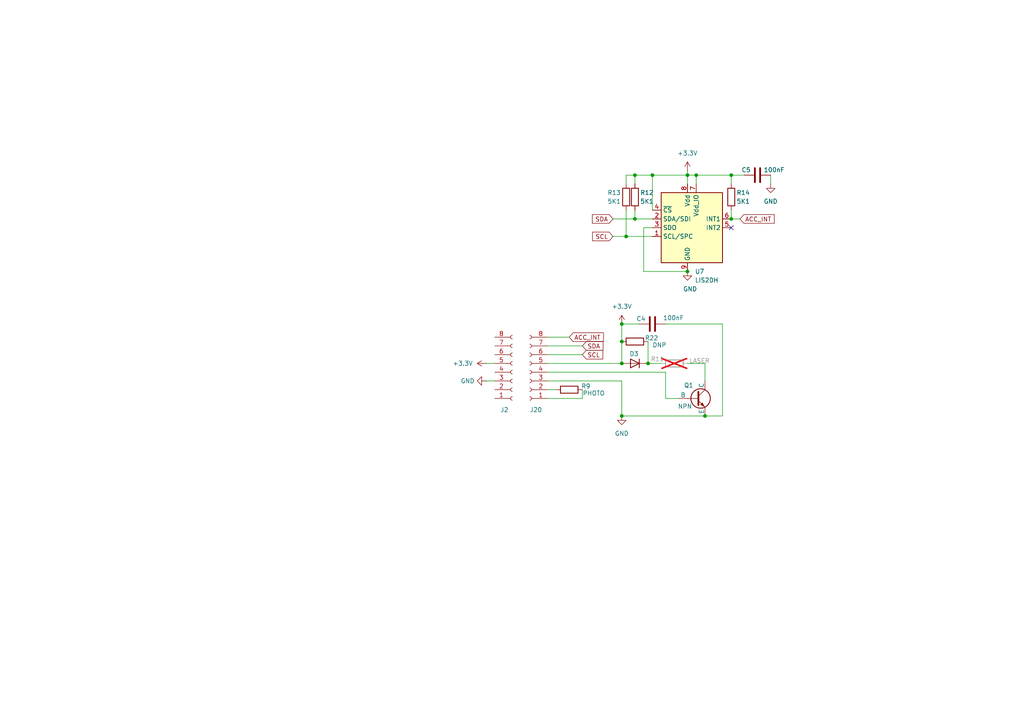
<source format=kicad_sch>
(kicad_sch (version 20250114) (generator "eeschema") (generator_version "9.0")
  (paper "A4")
  (lib_symbols
    (symbol "Connector:Conn_01x08_Socket" (pin_names (offset 1.016) (hide yes))
      (property "Reference" "J" (at 0 10.16 0))
      (property "Value" "Conn_01x08_Socket" (at 0 -12.7 0))
      (symbol "Conn_01x08_Socket_1_1"
        (polyline (pts (xy -1.27 7.62) (xy -0.508 7.62)) (stroke (width 0.1524)))
        (polyline (pts (xy -1.27 5.08) (xy -0.508 5.08)) (stroke (width 0.1524)))
        (polyline (pts (xy -1.27 2.54) (xy -0.508 2.54)) (stroke (width 0.1524)))
        (polyline (pts (xy -1.27 0) (xy -0.508 0)) (stroke (width 0.1524)))
        (polyline (pts (xy -1.27 -2.54) (xy -0.508 -2.54)) (stroke (width 0.1524)))
        (polyline (pts (xy -1.27 -5.08) (xy -0.508 -5.08)) (stroke (width 0.1524)))
        (polyline (pts (xy -1.27 -7.62) (xy -0.508 -7.62)) (stroke (width 0.1524)))
        (polyline (pts (xy -1.27 -10.16) (xy -0.508 -10.16)) (stroke (width 0.1524)))
        (arc (start 0 7.112) (mid -0.5058 7.62) (end 0 8.128) (stroke (width 0.1524)))
        (arc (start 0 4.572) (mid -0.5058 5.08) (end 0 5.588) (stroke (width 0.1524)))
        (arc (start 0 2.032) (mid -0.5058 2.54) (end 0 3.048) (stroke (width 0.1524)))
        (arc (start 0 -0.508) (mid -0.5058 0) (end 0 0.508) (stroke (width 0.1524)))
        (arc (start 0 -3.048) (mid -0.5058 -2.54) (end 0 -2.032) (stroke (width 0.1524)))
        (arc (start 0 -5.588) (mid -0.5058 -5.08) (end 0 -4.572) (stroke (width 0.1524)))
        (arc (start 0 -8.128) (mid -0.5058 -7.62) (end 0 -7.112) (stroke (width 0.1524)))
        (arc (start 0 -10.668) (mid -0.5058 -10.16) (end 0 -9.652) (stroke (width 0.1524)))
        (pin passive line (at -5.08 7.62 0) (length 3.81) (name "Pin_1") (number "1"))
        (pin passive line (at -5.08 5.08 0) (length 3.81) (name "Pin_2") (number "2"))
        (pin passive line (at -5.08 2.54 0) (length 3.81) (name "Pin_3") (number "3"))
        (pin passive line (at -5.08 0 0) (length 3.81) (name "Pin_4") (number "4"))
        (pin passive line (at -5.08 -2.54 0) (length 3.81) (name "Pin_5") (number "5"))
        (pin passive line (at -5.08 -5.08 0) (length 3.81) (name "Pin_6") (number "6"))
        (pin passive line (at -5.08 -7.62 0) (length 3.81) (name "Pin_7") (number "7"))
        (pin passive line (at -5.08 -10.16 0) (length 3.81) (name "Pin_8") (number "8"))
      )
    )
    (symbol "Device:C" (pin_numbers (hide yes)) (pin_names (offset 0.254))
      (property "Reference" "C" (at 0.635 2.54 0))
      (property "Value" "C" (at 0.635 -2.54 0))
      (symbol "C_0_1"
        (polyline (pts (xy -2.032 0.762) (xy 2.032 0.762)) (stroke (width 0.508)))
        (polyline (pts (xy -2.032 -0.762) (xy 2.032 -0.762)) (stroke (width 0.508)))
      )
      (symbol "C_1_1"
        (pin passive line (at 0 3.81 270) (length 2.794) (name "~") (number "1"))
        (pin passive line (at 0 -3.81 90) (length 2.794) (name "~") (number "2"))
      )
    )
    (symbol "Device:D" (pin_numbers (hide yes)) (pin_names (offset 1.016) (hide yes))
      (property "Reference" "D" (at 0 2.54 0))
      (property "Value" "D" (at 0 -2.54 0))
      (symbol "D_0_1"
        (polyline (pts (xy -1.27 1.27) (xy -1.27 -1.27)) (stroke (width 0.254)))
        (polyline (pts (xy 1.27 1.27) (xy 1.27 -1.27) (xy -1.27 0) (xy 1.27 1.27)) (stroke (width 0.254)))
        (polyline (pts (xy 1.27 0) (xy -1.27 0)))
      )
      (symbol "D_1_1"
        (pin passive line (at -3.81 0 0) (length 2.54) (name "K") (number "1"))
        (pin passive line (at 3.81 0 180) (length 2.54) (name "A") (number "2"))
      )
    )
    (symbol "Device:R" (pin_numbers (hide yes)) (pin_names (offset 0))
      (property "Reference" "R" (at 2.032 0 90))
      (property "Value" "R" (at 0 0 90))
      (symbol "R_0_1"
        (rectangle (start -1.016 -2.54) (end 1.016 2.54) (stroke (width 0.254)))
      )
      (symbol "R_1_1"
        (pin passive line (at 0 3.81 270) (length 1.27) (name "~") (number "1"))
        (pin passive line (at 0 -3.81 90) (length 1.27) (name "~") (number "2"))
      )
    )
    (symbol "Sensor_Motion:LIS2DH"
      (property "Reference" "U" (at -8.89 11.43 0))
      (property "Value" "LIS2DH" (at 3.81 11.43 0))
      (symbol "LIS2DH_0_1"
        (rectangle (start -7.62 10.16) (end 10.16 -10.16) (stroke (width 0.254)) (fill (type background)))
      )
      (symbol "LIS2DH_1_1"
        (pin input line (at -10.16 5.08 0) (length 2.54) (name "~{CS}") (number "4"))
        (pin bidirectional line (at -10.16 2.54 0) (length 2.54) (name "SDA/SDI") (number "2"))
        (pin output line (at -10.16 0 0) (length 2.54) (name "SDO") (number "3"))
        (pin input line (at -10.16 -2.54 0) (length 2.54) (name "SCL/SPC") (number "1"))
        (pin power_in line (at 0 12.7 270) (length 2.54) (name "Vdd") (number "8"))
        (pin passive line (at 0 -12.7 90) (length 2.54) (hide yes) (name "GND") (number "10"))
        (pin passive line (at 0 -12.7 90) (length 2.54) (hide yes) (name "GND") (number "11"))
        (pin passive line (at 0 -12.7 90) (length 2.54) (hide yes) (name "GND") (number "12"))
        (pin passive line (at 0 -12.7 90) (length 2.54) (hide yes) (name "GND") (number "13"))
        (pin passive line (at 0 -12.7 90) (length 2.54) (hide yes) (name "GND") (number "14"))
        (pin power_in line (at 0 -12.7 90) (length 2.54) (name "GND") (number "9"))
        (pin power_in line (at 2.54 12.7 270) (length 2.54) (name "Vdd_IO") (number "7"))
        (pin output line (at 12.7 2.54 180) (length 2.54) (name "INT1") (number "6"))
        (pin output line (at 12.7 0 180) (length 2.54) (name "INT2") (number "5"))
      )
    )
    (symbol "Simulation_SPICE:NPN" (pin_numbers (hide yes)) (pin_names (offset 0))
      (property "Reference" "Q" (at -2.54 7.62 0))
      (property "Value" "NPN" (at -2.54 5.08 0))
      (symbol "NPN_0_1"
        (polyline (pts (xy -2.54 0) (xy 0.635 0)) (stroke (width 0.1524)))
        (polyline (pts (xy 0.635 1.905) (xy 0.635 -1.905) (xy 0.635 -1.905)) (stroke (width 0.508)))
        (polyline (pts (xy 0.635 0.635) (xy 2.54 2.54)))
        (polyline (pts (xy 0.635 -0.635) (xy 2.54 -2.54) (xy 2.54 -2.54)))
        (circle (center 1.27 0) (radius 2.8194) (stroke (width 0.254)))
        (polyline (pts (xy 1.27 -1.778) (xy 1.778 -1.27) (xy 2.286 -2.286) (xy 1.27 -1.778) (xy 1.27 -1.778)) (fill (type outline)))
        (polyline (pts (xy 2.794 -1.27) (xy 2.794 -1.27)) (stroke (width 0.1524)))
        (polyline (pts (xy 2.794 -1.27) (xy 2.794 -1.27)) (stroke (width 0.1524)))
      )
      (symbol "NPN_1_1"
        (pin input line (at -5.08 0 0) (length 2.54) (name "B") (number "2"))
        (pin open_collector line (at 2.54 5.08 270) (length 2.54) (name "C") (number "1"))
        (pin open_emitter line (at 2.54 -5.08 90) (length 2.54) (name "E") (number "3"))
      )
    )
    (symbol "power:+3.3V" (power) (pin_numbers (hide yes)) (pin_names (offset 0) (hide yes))
      (property "Value" "+3.3V" (at 0 3.556 0))
      (symbol "+3.3V_0_1"
        (polyline (pts (xy -0.762 1.27) (xy 0 2.54)))
        (polyline (pts (xy 0 2.54) (xy 0.762 1.27)))
        (polyline (pts (xy 0 0) (xy 0 2.54)))
      )
      (symbol "+3.3V_1_1"
        (pin power_in line (at 0 0 90) (length 0) (name "~") (number "1"))
      )
    )
    (symbol "power:GND" (power) (pin_numbers (hide yes)) (pin_names (offset 0) (hide yes))
      (property "Value" "GND" (at 0 -3.81 0))
      (symbol "GND_0_1"
        (polyline (pts (xy 0 0) (xy 0 -1.27) (xy 1.27 -1.27) (xy 0 -2.54) (xy -1.27 -1.27) (xy 0 -1.27)))
      )
      (symbol "GND_1_1"
        (pin power_in line (at 0 0 270) (length 0) (name "~") (number "1"))
      )
    )
  )
  (junction (at 184.15 63.5))
  (junction (at 181.61 68.58))
  (junction (at 180.34 99.06))
  (junction (at 180.34 120.65))
  (junction (at 204.47 120.65))
  (junction (at 187.96 105.41))
  (junction (at 201.93 50.8))
  (junction (at 212.09 63.5))
  (junction (at 189.23 50.8))
  (junction (at 212.09 50.8))
  (junction (at 199.39 50.8))
  (junction (at 180.34 105.41))
  (junction (at 180.34 93.98))
  (junction (at 184.15 50.8))
  (junction (at 199.39 78.74))
  (no_connect (at 212.09 66.04))
  (wire (pts (xy 180.34 99.06) (xy 180.34 105.41)))
  (wire (pts (xy 199.39 50.8) (xy 201.93 50.8)))
  (wire (pts (xy 201.93 50.8) (xy 201.93 53.34)))
  (wire (pts (xy 180.34 120.65) (xy 204.47 120.65)))
  (wire (pts (xy 189.23 50.8) (xy 189.23 60.96)))
  (wire (pts (xy 199.39 105.41) (xy 204.47 105.41)))
  (wire (pts (xy 180.34 93.98) (xy 185.42 93.98)))
  (wire (pts (xy 212.09 60.96) (xy 212.09 63.5)))
  (wire (pts (xy 180.34 110.49) (xy 180.34 120.65)))
  (wire (pts (xy 158.75 102.87) (xy 168.91 102.87)))
  (wire (pts (xy 209.55 93.98) (xy 209.55 120.65)))
  (wire (pts (xy 223.52 50.8) (xy 223.52 53.34)))
  (wire (pts (xy 140.97 105.41) (xy 143.51 105.41)))
  (wire (pts (xy 186.69 78.74) (xy 199.39 78.74)))
  (wire (pts (xy 184.15 50.8) (xy 189.23 50.8)))
  (wire (pts (xy 177.8 68.58) (xy 181.61 68.58)))
  (wire (pts (xy 140.97 110.49) (xy 143.51 110.49)))
  (wire (pts (xy 181.61 60.96) (xy 181.61 68.58)))
  (wire (pts (xy 158.75 107.95) (xy 193.04 107.95)))
  (wire (pts (xy 158.75 113.03) (xy 161.29 113.03)))
  (wire (pts (xy 193.04 115.57) (xy 196.85 115.57)))
  (wire (pts (xy 193.04 93.98) (xy 209.55 93.98)))
  (wire (pts (xy 204.47 105.41) (xy 204.47 110.49)))
  (wire (pts (xy 189.23 66.04) (xy 186.69 66.04)))
  (wire (pts (xy 184.15 60.96) (xy 184.15 63.5)))
  (wire (pts (xy 186.69 66.04) (xy 186.69 78.74)))
  (wire (pts (xy 158.75 100.33) (xy 168.91 100.33)))
  (wire (pts (xy 177.8 63.5) (xy 184.15 63.5)))
  (wire (pts (xy 168.91 115.57) (xy 168.91 113.03)))
  (wire (pts (xy 187.96 105.41) (xy 191.77 105.41)))
  (wire (pts (xy 189.23 50.8) (xy 199.39 50.8)))
  (wire (pts (xy 158.75 115.57) (xy 168.91 115.57)))
  (wire (pts (xy 212.09 50.8) (xy 212.09 53.34)))
  (wire (pts (xy 158.75 97.79) (xy 165.1 97.79)))
  (wire (pts (xy 181.61 50.8) (xy 184.15 50.8)))
  (wire (pts (xy 158.75 105.41) (xy 180.34 105.41)))
  (wire (pts (xy 212.09 50.8) (xy 215.9 50.8)))
  (wire (pts (xy 181.61 68.58) (xy 189.23 68.58)))
  (wire (pts (xy 184.15 63.5) (xy 189.23 63.5)))
  (wire (pts (xy 193.04 115.57) (xy 193.04 107.95)))
  (wire (pts (xy 184.15 50.8) (xy 184.15 53.34)))
  (wire (pts (xy 199.39 50.8) (xy 199.39 53.34)))
  (wire (pts (xy 180.34 93.98) (xy 180.34 99.06)))
  (wire (pts (xy 181.61 53.34) (xy 181.61 50.8)))
  (wire (pts (xy 201.93 50.8) (xy 212.09 50.8)))
  (wire (pts (xy 209.55 120.65) (xy 204.47 120.65)))
  (wire (pts (xy 199.39 49.53) (xy 199.39 50.8)))
  (wire (pts (xy 187.96 99.06) (xy 187.96 105.41)))
  (wire (pts (xy 212.09 63.5) (xy 214.63 63.5)))
  (wire (pts (xy 180.34 110.49) (xy 158.75 110.49)))
  (global_label "SDA" (shape input) (at 168.91 100.33 0) (property "Intersheetrefs" "${INTERSHEET_REFS}" (effects (hide yes))))
  (global_label "SCL" (shape input) (at 168.91 102.87 0) (property "Intersheetrefs" "${INTERSHEET_REFS}" (effects (hide yes))))
  (global_label "SDA" (shape input) (at 177.8 63.5 180) (property "Intersheetrefs" "${INTERSHEET_REFS}" (effects (hide yes))))
  (global_label "ACC_INT" (shape input) (at 165.1 97.79 0) (property "Intersheetrefs" "${INTERSHEET_REFS}" (effects (hide yes))))
  (global_label "SCL" (shape input) (at 177.8 68.58 180) (property "Intersheetrefs" "${INTERSHEET_REFS}" (effects (hide yes))))
  (global_label "ACC_INT" (shape input) (at 214.63 63.5 0) (property "Intersheetrefs" "${INTERSHEET_REFS}" (effects (hide yes))))
  (symbol (lib_id "power:+3.3V") (at 180.34 93.98 0) (unit 1)
    (property "Reference" "#PWR011" (effects (hide yes)))
    (property "Value" "+3.3V" (at 180.34 88.9 0))
    (property "Description" "Power symbol creates a global label with name \"+3.3V\"" (effects (hide yes)))
  )
  (symbol (lib_id "Device:R") (at 184.15 99.06 270) (unit 1)
    (property "Reference" "R22" (at 188.976 98.044 90))
    (property "Value" "DNP" (at 191.262 100.076 90))
    (property "Footprint" "Resistor_SMD:R_0603_1608Metric" (effects (hide yes)))
    (property "Datasheet" "C2904883" (effects (hide yes)))
    (property "Description" "Resistor" (effects (hide yes)))
  )
  (symbol (lib_id "power:+3.3V") (at 140.97 105.41 90) (unit 1)
    (property "Reference" "#PWR022" (effects (hide yes)))
    (property "Value" "+3.3V" (at 137.16 105.4099 90) (effects (justify left)))
    (property "Description" "Power symbol creates a global label with name \"+3.3V\"" (effects (hide yes)))
  )
  (symbol (lib_id "Connector:Conn_01x08_Socket") (at 153.67 107.95 180) (unit 1)
    (property "Reference" "J20" (at 155.448 118.872 0))
    (property "Value" "Conn_01x08_Socket" (effects (hide yes)))
    (property "Footprint" "Connector_FFC-FPC:TE_0-1734839-8_1x08-1MP_P0.5mm_Horizontal" (effects (hide yes)))
    (property "Description" "Generic connector, single row, 01x08, script generated" (effects (hide yes)))
  )
  (symbol (lib_id "power:GND") (at 180.34 120.65 0) (unit 1)
    (property "Reference" "#PWR07" (effects (hide yes)))
    (property "Value" "GND" (at 180.34 125.73 0))
    (property "Description" "Power symbol creates a global label with name \"GND\" , ground" (effects (hide yes)))
  )
  (symbol (lib_id "Device:R") (at 212.09 57.15 0) (mirror y) (unit 1)
    (property "Reference" "R14" (at 213.614 55.88 0) (effects (justify right)))
    (property "Value" "5K1" (at 213.614 58.42 0) (effects (justify right)))
    (property "Footprint" "Resistor_SMD:R_0402_1005Metric" (effects (hide yes)))
    (property "Description" "Resistor" (effects (hide yes)))
  )
  (symbol (lib_id "power:+3.3V") (at 199.39 49.53 0) (unit 1)
    (property "Reference" "#PWR013" (effects (hide yes)))
    (property "Value" "+3.3V" (at 199.39 44.45 0))
    (property "Description" "Power symbol creates a global label with name \"+3.3V\"" (effects (hide yes)))
  )
  (symbol (lib_id "Sensor_Motion:LIS2DH") (at 199.39 66.04 0) (unit 1)
    (property "Reference" "U7" (at 201.5333 78.74 0) (effects (justify left)))
    (property "Value" "LIS2DH" (at 201.5333 81.28 0) (effects (justify left)))
    (property "Footprint" "Package_LGA:LGA-14_2x2mm_P0.35mm_LayoutBorder3x4y" (effects (hide yes)))
    (property "Datasheet" "http://www.st.com/web/en/resource/technical/document/datasheet/DM00042751.pdf" (effects (hide yes)))
    (property "Description" "3-Axis Accelerometer, 2/4/8/16g range, I2C/SPI interface, LGA-14" (effects (hide yes)))
  )
  (symbol (lib_id "Device:D") (at 184.15 105.41 180) (unit 1)
    (property "Reference" "D3" (at 183.896 102.616 0))
    (property "Value" "D" (effects (hide yes)))
    (property "Footprint" "Diode_SMD:D_SOD-523" (effects (hide yes)))
    (property "Description" "Diode" (effects (hide yes)))
    (property "Sim.Device" "D" (effects (hide yes)))
    (property "Sim.Pins" "1=K 2=A" (effects (hide yes)))
  )
  (symbol (lib_id "Device:R") (at 165.1 113.03 270) (unit 1)
    (property "Reference" "R9" (at 169.926 112.014 90))
    (property "Value" "PHOTO" (at 172.212 114.046 90))
    (property "Footprint" "Resistor_SMD:R_1210_3225Metric" (effects (hide yes)))
    (property "Datasheet" "C2904883" (effects (hide yes)))
    (property "Description" "Resistor" (effects (hide yes)))
  )
  (symbol (lib_id "Device:C") (at 189.23 93.98 90) (unit 1)
    (property "Reference" "C4" (at 185.928 92.456 90))
    (property "Value" "100nF" (at 195.326 92.202 90))
    (property "Footprint" "Capacitor_SMD:C_0402_1005Metric" (effects (hide yes)))
    (property "Description" "Unpolarized capacitor" (effects (hide yes)))
  )
  (symbol (lib_id "power:GND") (at 199.39 78.74 0) (unit 1)
    (property "Reference" "#PWR012" (effects (hide yes)))
    (property "Value" "GND" (at 200.152 83.82 0))
    (property "Description" "Power symbol creates a global label with name \"GND\" , ground" (effects (hide yes)))
  )
  (symbol (lib_id "Connector:Conn_01x08_Socket") (at 148.59 107.95 0) (mirror x) (unit 1)
    (property "Reference" "J2" (at 146.304 118.872 0))
    (property "Value" "Conn_01x08_Socket" (effects (hide yes)))
    (property "Footprint" "Connector_FFC-FPC:TE_0-1734839-8_1x08-1MP_P0.5mm_Horizontal" (effects (hide yes)))
    (property "Description" "Generic connector, single row, 01x08, script generated" (effects (hide yes)))
  )
  (symbol (lib_id "Device:R") (at 184.15 57.15 0) (mirror y) (unit 1)
    (property "Reference" "R12" (at 185.674 55.88 0) (effects (justify right)))
    (property "Value" "5K1" (at 185.674 58.42 0) (effects (justify right)))
    (property "Footprint" "Resistor_SMD:R_0402_1005Metric" (effects (hide yes)))
    (property "Description" "Resistor" (effects (hide yes)))
  )
  (symbol (lib_id "Device:R") (at 195.58 105.41 270) (mirror x) (unit 1) (in_bom no) (dnp yes)
    (property "Reference" "R11" (at 188.722 104.14 90) (effects (justify left)))
    (property "Value" "LASER" (at 199.898 104.648 90) (effects (justify left)))
    (property "Footprint" "Resistor_SMD:R_1210_3225Metric" (effects (hide yes)))
    (property "Description" "Resistor" (effects (hide yes)))
  )
  (symbol (lib_id "Device:C") (at 219.71 50.8 90) (unit 1)
    (property "Reference" "C5" (at 216.408 49.276 90))
    (property "Value" "100nF" (at 224.536 49.276 90))
    (property "Footprint" "Capacitor_SMD:C_0402_1005Metric" (effects (hide yes)))
    (property "Description" "Unpolarized capacitor" (effects (hide yes)))
  )
  (symbol (lib_id "Simulation_SPICE:NPN") (at 201.93 115.57 0) (unit 1)
    (property "Reference" "Q1" (at 198.374 111.76 0) (effects (justify left)))
    (property "Value" "NPN" (at 196.596 117.856 0) (effects (justify left)))
    (property "Footprint" "Package_TO_SOT_SMD:SOT-23" (effects (hide yes)))
    (property "Datasheet" "https://ngspice.sourceforge.io/docs/ngspice-html-manual/manual.xhtml#cha_BJTs" (effects (hide yes)))
    (property "Description" "Bipolar transistor symbol for simulation only, substrate tied to the emitter" (effects (hide yes)))
    (property "Sim.Device" "NPN" (effects (hide yes)))
    (property "Sim.Type" "GUMMELPOON" (effects (hide yes)))
    (property "Sim.Pins" "1=C 2=B 3=E" (effects (hide yes)))
  )
  (symbol (lib_id "power:GND") (at 140.97 110.49 270) (mirror x) (unit 1)
    (property "Reference" "#PWR021" (effects (hide yes)))
    (property "Value" "GND" (at 135.636 110.49 90))
    (property "Description" "Power symbol creates a global label with name \"GND\" , ground" (effects (hide yes)))
  )
  (symbol (lib_id "power:GND") (at 223.52 53.34 0) (unit 1)
    (property "Reference" "#PWR014" (effects (hide yes)))
    (property "Value" "GND" (at 223.52 58.42 0))
    (property "Description" "Power symbol creates a global label with name \"GND\" , ground" (effects (hide yes)))
  )
  (symbol (lib_id "Device:R") (at 181.61 57.15 0) (unit 1)
    (property "Reference" "R13" (at 180.086 55.88 0) (effects (justify right)))
    (property "Value" "5K1" (at 180.086 58.42 0) (effects (justify right)))
    (property "Footprint" "Resistor_SMD:R_0402_1005Metric" (effects (hide yes)))
    (property "Description" "Resistor" (effects (hide yes)))
  )
)
</source>
